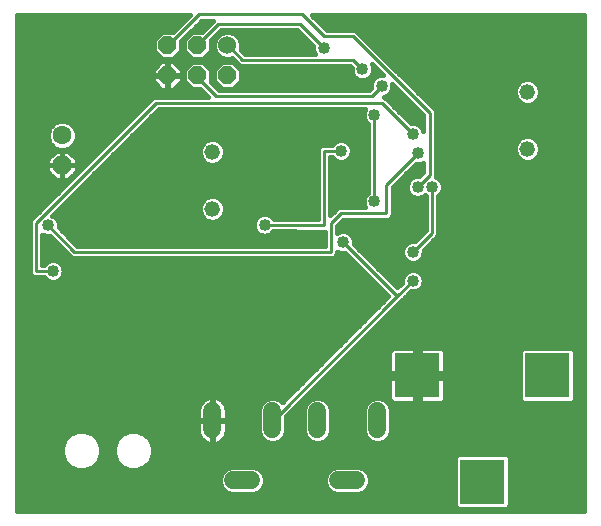
<source format=gbl>
G75*
G70*
%OFA0B0*%
%FSLAX24Y24*%
%IPPOS*%
%LPD*%
%AMOC8*
5,1,8,0,0,1.08239X$1,22.5*
%
%ADD10C,0.0520*%
%ADD11C,0.0600*%
%ADD12OC8,0.0600*%
%ADD13OC8,0.0630*%
%ADD14C,0.0630*%
%ADD15C,0.0600*%
%ADD16R,0.1500X0.1500*%
%ADD17C,0.0160*%
%ADD18C,0.0360*%
%ADD19C,0.0100*%
%ADD20C,0.0400*%
D10*
X007181Y012636D03*
X007181Y014536D03*
X017681Y014636D03*
X017681Y016536D03*
D11*
X007681Y018086D03*
D12*
X006681Y018086D03*
X005681Y018086D03*
X005681Y017086D03*
X006681Y017086D03*
X007681Y017086D03*
D13*
X002181Y014086D03*
D14*
X002181Y015086D03*
D15*
X007181Y005886D02*
X007181Y005286D01*
X007881Y003586D02*
X008481Y003586D01*
X009181Y005286D02*
X009181Y005886D01*
X010681Y005886D02*
X010681Y005286D01*
X011381Y003586D02*
X011981Y003586D01*
X012681Y005286D02*
X012681Y005886D01*
D16*
X014016Y007086D03*
X016181Y003543D03*
X018347Y007086D03*
D17*
X000661Y002566D02*
X000661Y019102D01*
X006421Y019102D01*
X005864Y018546D01*
X005491Y018546D01*
X005221Y018277D01*
X005221Y017896D01*
X005491Y017626D01*
X005872Y017626D01*
X006141Y017896D01*
X006141Y018229D01*
X006828Y018916D01*
X007194Y018916D01*
X006824Y018546D01*
X006491Y018546D01*
X006221Y018277D01*
X006221Y017896D01*
X006491Y017626D01*
X006872Y017626D01*
X007141Y017896D01*
X007141Y018269D01*
X007468Y018596D01*
X010014Y018596D01*
X010541Y018069D01*
X010541Y017935D01*
X010590Y017816D01*
X008268Y017816D01*
X008126Y017958D01*
X008141Y017995D01*
X008141Y018178D01*
X008071Y018347D01*
X007942Y018476D01*
X007773Y018546D01*
X007590Y018546D01*
X007421Y018476D01*
X007291Y018347D01*
X007221Y018178D01*
X007221Y017995D01*
X007291Y017826D01*
X007421Y017696D01*
X007590Y017626D01*
X007773Y017626D01*
X007838Y017653D01*
X008094Y017396D01*
X008268Y017396D01*
X011774Y017396D01*
X011821Y017349D01*
X011821Y017215D01*
X011876Y017082D01*
X011977Y016981D01*
X012110Y016926D01*
X012253Y016926D01*
X012385Y016981D01*
X012487Y017082D01*
X012541Y017215D01*
X012541Y017358D01*
X012491Y017480D01*
X012884Y017086D01*
X012750Y017086D01*
X012617Y017031D01*
X012516Y016930D01*
X012461Y016798D01*
X012461Y016663D01*
X012414Y016616D01*
X007388Y016616D01*
X007125Y016880D01*
X007141Y016896D01*
X007141Y017277D01*
X006872Y017546D01*
X006491Y017546D01*
X006221Y017277D01*
X006221Y016896D01*
X006491Y016626D01*
X006784Y016626D01*
X007034Y016376D01*
X005388Y016376D01*
X005214Y016376D01*
X001214Y012376D01*
X001091Y012253D01*
X001091Y010653D01*
X001091Y010479D01*
X001214Y010356D01*
X001562Y010356D01*
X001657Y010261D01*
X001790Y010206D01*
X001933Y010206D01*
X002065Y010261D01*
X002167Y010362D01*
X002221Y010495D01*
X002221Y010638D01*
X002167Y010770D01*
X002065Y010871D01*
X001933Y010926D01*
X001790Y010926D01*
X001657Y010871D01*
X001562Y010776D01*
X001511Y010776D01*
X001511Y011775D01*
X001630Y011726D01*
X001764Y011726D01*
X002494Y010996D01*
X002668Y010996D01*
X011228Y010996D01*
X011351Y011119D01*
X011351Y011215D01*
X011470Y011166D01*
X011604Y011166D01*
X013044Y009726D01*
X009518Y006200D01*
X009442Y006276D01*
X009273Y006346D01*
X009090Y006346D01*
X008921Y006276D01*
X008791Y006147D01*
X008721Y005978D01*
X008721Y005195D01*
X008791Y005026D01*
X008921Y004896D01*
X009090Y004826D01*
X009273Y004826D01*
X009442Y004896D01*
X009571Y005026D01*
X009641Y005195D01*
X009641Y005729D01*
X013468Y009556D01*
X013591Y009679D01*
X013798Y009886D01*
X013933Y009886D01*
X014065Y009941D01*
X014167Y010042D01*
X014221Y010175D01*
X014221Y010318D01*
X014167Y010450D01*
X014065Y010551D01*
X013933Y010606D01*
X013790Y010606D01*
X013657Y010551D01*
X013556Y010450D01*
X013501Y010318D01*
X013501Y010183D01*
X013341Y010023D01*
X011901Y011463D01*
X011901Y011598D01*
X011847Y011730D01*
X011745Y011831D01*
X011613Y011886D01*
X011470Y011886D01*
X011351Y011837D01*
X011351Y012079D01*
X011548Y012276D01*
X013068Y012276D01*
X013191Y012399D01*
X013191Y012573D01*
X013191Y013359D01*
X013958Y014126D01*
X014093Y014126D01*
X014211Y014175D01*
X014211Y013853D01*
X014084Y013726D01*
X013950Y013726D01*
X013817Y013671D01*
X013716Y013570D01*
X013661Y013438D01*
X013661Y013295D01*
X013716Y013162D01*
X013817Y013061D01*
X013950Y013006D01*
X014093Y013006D01*
X014225Y013061D01*
X014261Y013097D01*
X014291Y013067D01*
X014291Y011933D01*
X013924Y011566D01*
X013790Y011566D01*
X013657Y011511D01*
X013556Y011410D01*
X013501Y011278D01*
X013501Y011135D01*
X013556Y011002D01*
X013657Y010901D01*
X013790Y010846D01*
X013933Y010846D01*
X014065Y010901D01*
X014167Y011002D01*
X014221Y011135D01*
X014221Y011269D01*
X014588Y011636D01*
X014711Y011759D01*
X014711Y013067D01*
X014807Y013162D01*
X014861Y013295D01*
X014861Y013438D01*
X014807Y013570D01*
X014705Y013671D01*
X014631Y013702D01*
X014631Y013853D01*
X014631Y015933D01*
X014508Y016056D01*
X011948Y018616D01*
X011774Y018616D01*
X010988Y018616D01*
X010502Y019102D01*
X019571Y019102D01*
X019571Y002566D01*
X000661Y002566D01*
X000661Y002720D02*
X015278Y002720D01*
X015271Y002727D02*
X015365Y002633D01*
X016998Y002633D01*
X017091Y002727D01*
X017091Y004359D01*
X016998Y004453D01*
X015365Y004453D01*
X015271Y004359D01*
X015271Y002727D01*
X015271Y002879D02*
X000661Y002879D01*
X000661Y003038D02*
X015271Y003038D01*
X015271Y003196D02*
X012241Y003196D01*
X012242Y003196D02*
X012371Y003326D01*
X012441Y003495D01*
X012441Y003678D01*
X012371Y003847D01*
X012242Y003976D01*
X012073Y004046D01*
X011290Y004046D01*
X011121Y003976D01*
X010991Y003847D01*
X010921Y003678D01*
X010921Y003495D01*
X010991Y003326D01*
X011121Y003196D01*
X011290Y003126D01*
X012073Y003126D01*
X012242Y003196D01*
X012383Y003355D02*
X015271Y003355D01*
X015271Y003513D02*
X012441Y003513D01*
X012441Y003672D02*
X015271Y003672D01*
X015271Y003830D02*
X012378Y003830D01*
X012212Y003989D02*
X015271Y003989D01*
X015271Y004147D02*
X005038Y004147D01*
X005105Y004214D02*
X004920Y004029D01*
X004678Y003929D01*
X004417Y003929D01*
X004175Y004029D01*
X003990Y004214D01*
X003890Y004456D01*
X003890Y004717D01*
X003990Y004959D01*
X004175Y005143D01*
X004417Y005243D01*
X004678Y005243D01*
X004920Y005143D01*
X005105Y004959D01*
X005205Y004717D01*
X005205Y004456D01*
X005105Y004214D01*
X005143Y004306D02*
X015271Y004306D01*
X017091Y004306D02*
X019571Y004306D01*
X019571Y004464D02*
X005205Y004464D01*
X005205Y004623D02*
X019571Y004623D01*
X019571Y004782D02*
X005178Y004782D01*
X005112Y004940D02*
X006849Y004940D01*
X006869Y004920D02*
X006930Y004876D01*
X006997Y004841D01*
X007069Y004818D01*
X007144Y004806D01*
X007161Y004806D01*
X007161Y005566D01*
X006701Y005566D01*
X006701Y005249D01*
X006713Y005174D01*
X006737Y005102D01*
X006771Y005035D01*
X006815Y004974D01*
X006869Y004920D01*
X006738Y005099D02*
X004965Y005099D01*
X004131Y005099D02*
X003232Y005099D01*
X003188Y005143D02*
X002946Y005243D01*
X002685Y005243D01*
X002443Y005143D01*
X002258Y004959D01*
X002158Y004717D01*
X002158Y004456D01*
X002258Y004214D01*
X002443Y004029D01*
X002685Y003929D01*
X002946Y003929D01*
X003188Y004029D01*
X003372Y004214D01*
X003472Y004456D01*
X003472Y004717D01*
X003372Y004959D01*
X003188Y005143D01*
X003380Y004940D02*
X003983Y004940D01*
X003917Y004782D02*
X003446Y004782D01*
X003472Y004623D02*
X003890Y004623D01*
X003890Y004464D02*
X003472Y004464D01*
X003410Y004306D02*
X003952Y004306D01*
X004057Y004147D02*
X003306Y004147D01*
X003090Y003989D02*
X004273Y003989D01*
X004822Y003989D02*
X007651Y003989D01*
X007621Y003976D02*
X007491Y003847D01*
X007421Y003678D01*
X007421Y003495D01*
X007491Y003326D01*
X007621Y003196D01*
X007790Y003126D01*
X008573Y003126D01*
X008742Y003196D01*
X008871Y003326D01*
X008941Y003495D01*
X008941Y003678D01*
X008871Y003847D01*
X008742Y003976D01*
X008573Y004046D01*
X007790Y004046D01*
X007621Y003976D01*
X007485Y003830D02*
X000661Y003830D01*
X000661Y003672D02*
X007421Y003672D01*
X007421Y003513D02*
X000661Y003513D01*
X000661Y003355D02*
X007479Y003355D01*
X007621Y003196D02*
X000661Y003196D01*
X000661Y003989D02*
X002540Y003989D01*
X002325Y004147D02*
X000661Y004147D01*
X000661Y004306D02*
X002220Y004306D01*
X002158Y004464D02*
X000661Y004464D01*
X000661Y004623D02*
X002158Y004623D01*
X002185Y004782D02*
X000661Y004782D01*
X000661Y004940D02*
X002251Y004940D01*
X002398Y005099D02*
X000661Y005099D01*
X000661Y005257D02*
X006701Y005257D01*
X006701Y005416D02*
X000661Y005416D01*
X000661Y005574D02*
X007161Y005574D01*
X007161Y005566D02*
X007161Y005606D01*
X006701Y005606D01*
X006701Y005924D01*
X006713Y005999D01*
X006737Y006071D01*
X006771Y006138D01*
X006815Y006199D01*
X006869Y006252D01*
X006930Y006297D01*
X006997Y006331D01*
X007069Y006354D01*
X007144Y006366D01*
X007161Y006366D01*
X007161Y005607D01*
X007201Y005607D01*
X007201Y006366D01*
X007219Y006366D01*
X007294Y006354D01*
X007366Y006331D01*
X007433Y006297D01*
X007494Y006252D01*
X007548Y006199D01*
X007592Y006138D01*
X007626Y006071D01*
X007650Y005999D01*
X007661Y005924D01*
X007661Y005606D01*
X007202Y005606D01*
X007202Y005566D01*
X007661Y005566D01*
X007661Y005249D01*
X007650Y005174D01*
X007626Y005102D01*
X007592Y005035D01*
X007548Y004974D01*
X007494Y004920D01*
X007433Y004876D01*
X007366Y004841D01*
X007294Y004818D01*
X007219Y004806D01*
X007201Y004806D01*
X007201Y005566D01*
X007161Y005566D01*
X007202Y005574D02*
X008721Y005574D01*
X008721Y005416D02*
X007661Y005416D01*
X007661Y005257D02*
X008721Y005257D01*
X008761Y005099D02*
X007624Y005099D01*
X007514Y004940D02*
X008877Y004940D01*
X009486Y004940D02*
X010377Y004940D01*
X010421Y004896D02*
X010291Y005026D01*
X010221Y005195D01*
X010221Y005978D01*
X010291Y006147D01*
X010421Y006276D01*
X010590Y006346D01*
X010773Y006346D01*
X010942Y006276D01*
X011071Y006147D01*
X011141Y005978D01*
X011141Y005195D01*
X011071Y005026D01*
X010942Y004896D01*
X010773Y004826D01*
X010590Y004826D01*
X010421Y004896D01*
X010261Y005099D02*
X009602Y005099D01*
X009641Y005257D02*
X010221Y005257D01*
X010221Y005416D02*
X009641Y005416D01*
X009641Y005574D02*
X010221Y005574D01*
X010221Y005733D02*
X009645Y005733D01*
X009803Y005891D02*
X010221Y005891D01*
X010251Y006050D02*
X009962Y006050D01*
X010120Y006208D02*
X010353Y006208D01*
X010279Y006367D02*
X013086Y006367D01*
X013086Y006313D02*
X013098Y006267D01*
X013122Y006226D01*
X013156Y006192D01*
X013197Y006169D01*
X013242Y006156D01*
X013936Y006156D01*
X013936Y007006D01*
X014096Y007006D01*
X014096Y006156D01*
X014790Y006156D01*
X014836Y006169D01*
X014877Y006192D01*
X014910Y006226D01*
X014934Y006267D01*
X014946Y006313D01*
X014946Y007006D01*
X014096Y007006D01*
X014096Y007166D01*
X014946Y007166D01*
X014946Y007860D01*
X014934Y007906D01*
X014910Y007947D01*
X014877Y007980D01*
X014836Y008004D01*
X014790Y008016D01*
X014096Y008016D01*
X014096Y007166D01*
X013936Y007166D01*
X013936Y007006D01*
X013086Y007006D01*
X013086Y006313D01*
X013139Y006208D02*
X013010Y006208D01*
X013071Y006147D02*
X012942Y006276D01*
X012773Y006346D01*
X012590Y006346D01*
X012421Y006276D01*
X012291Y006147D01*
X012221Y005978D01*
X012221Y005195D01*
X012291Y005026D01*
X012421Y004896D01*
X012590Y004826D01*
X012773Y004826D01*
X012942Y004896D01*
X013071Y005026D01*
X013141Y005195D01*
X013141Y005978D01*
X013071Y006147D01*
X013112Y006050D02*
X019571Y006050D01*
X019571Y006208D02*
X019195Y006208D01*
X019163Y006176D02*
X019257Y006270D01*
X019257Y007903D01*
X019163Y007996D01*
X017530Y007996D01*
X017437Y007903D01*
X017437Y006270D01*
X017530Y006176D01*
X019163Y006176D01*
X019257Y006367D02*
X019571Y006367D01*
X019571Y006526D02*
X019257Y006526D01*
X019257Y006684D02*
X019571Y006684D01*
X019571Y006843D02*
X019257Y006843D01*
X019257Y007001D02*
X019571Y007001D01*
X019571Y007160D02*
X019257Y007160D01*
X019257Y007318D02*
X019571Y007318D01*
X019571Y007477D02*
X019257Y007477D01*
X019257Y007635D02*
X019571Y007635D01*
X019571Y007794D02*
X019257Y007794D01*
X019207Y007952D02*
X019571Y007952D01*
X019571Y008111D02*
X012023Y008111D01*
X012182Y008269D02*
X019571Y008269D01*
X019571Y008428D02*
X012340Y008428D01*
X012499Y008587D02*
X019571Y008587D01*
X019571Y008745D02*
X012657Y008745D01*
X012816Y008904D02*
X019571Y008904D01*
X019571Y009062D02*
X012974Y009062D01*
X013133Y009221D02*
X019571Y009221D01*
X019571Y009379D02*
X013291Y009379D01*
X013450Y009538D02*
X019571Y009538D01*
X019571Y009696D02*
X013608Y009696D01*
X013591Y009679D02*
X013591Y009679D01*
X013767Y009855D02*
X019571Y009855D01*
X019571Y010013D02*
X014138Y010013D01*
X014220Y010172D02*
X019571Y010172D01*
X019571Y010331D02*
X014216Y010331D01*
X014128Y010489D02*
X019571Y010489D01*
X019571Y010648D02*
X012717Y010648D01*
X012558Y010806D02*
X019571Y010806D01*
X019571Y010965D02*
X014129Y010965D01*
X014217Y011123D02*
X019571Y011123D01*
X019571Y011282D02*
X014234Y011282D01*
X014392Y011440D02*
X019571Y011440D01*
X019571Y011599D02*
X014551Y011599D01*
X014710Y011757D02*
X019571Y011757D01*
X019571Y011916D02*
X014711Y011916D01*
X014711Y012075D02*
X019571Y012075D01*
X019571Y012233D02*
X014711Y012233D01*
X014711Y012392D02*
X019571Y012392D01*
X019571Y012550D02*
X014711Y012550D01*
X014711Y012709D02*
X019571Y012709D01*
X019571Y012867D02*
X014711Y012867D01*
X014711Y013026D02*
X019571Y013026D01*
X019571Y013184D02*
X014816Y013184D01*
X014861Y013343D02*
X019571Y013343D01*
X019571Y013501D02*
X014835Y013501D01*
X014717Y013660D02*
X019571Y013660D01*
X019571Y013819D02*
X014631Y013819D01*
X014631Y013977D02*
X019571Y013977D01*
X019571Y014136D02*
X014631Y014136D01*
X014631Y014294D02*
X017430Y014294D01*
X017444Y014280D02*
X017598Y014216D01*
X017765Y014216D01*
X017919Y014280D01*
X018037Y014398D01*
X018101Y014553D01*
X018101Y014720D01*
X018037Y014874D01*
X017919Y014992D01*
X017765Y015056D01*
X017598Y015056D01*
X017444Y014992D01*
X017325Y014874D01*
X017261Y014720D01*
X017261Y014553D01*
X017325Y014398D01*
X017444Y014280D01*
X017303Y014453D02*
X014631Y014453D01*
X014631Y014611D02*
X017261Y014611D01*
X017282Y014770D02*
X014631Y014770D01*
X014631Y014928D02*
X017379Y014928D01*
X017983Y014928D02*
X019571Y014928D01*
X019571Y014770D02*
X018081Y014770D01*
X018101Y014611D02*
X019571Y014611D01*
X019571Y014453D02*
X018060Y014453D01*
X017933Y014294D02*
X019571Y014294D01*
X019571Y015087D02*
X014631Y015087D01*
X014631Y015245D02*
X019571Y015245D01*
X019571Y015404D02*
X014631Y015404D01*
X014631Y015562D02*
X019571Y015562D01*
X019571Y015721D02*
X014631Y015721D01*
X014631Y015880D02*
X019571Y015880D01*
X019571Y016038D02*
X014527Y016038D01*
X014368Y016197D02*
X017427Y016197D01*
X017444Y016180D02*
X017598Y016116D01*
X017765Y016116D01*
X017919Y016180D01*
X018037Y016298D01*
X018101Y016453D01*
X018101Y016620D01*
X018037Y016774D01*
X017919Y016892D01*
X017765Y016956D01*
X017598Y016956D01*
X017444Y016892D01*
X017325Y016774D01*
X017261Y016620D01*
X017261Y016453D01*
X017325Y016298D01*
X017444Y016180D01*
X017302Y016355D02*
X014209Y016355D01*
X014051Y016514D02*
X017261Y016514D01*
X017283Y016672D02*
X013892Y016672D01*
X013734Y016831D02*
X017382Y016831D01*
X017981Y016831D02*
X019571Y016831D01*
X019571Y016989D02*
X013575Y016989D01*
X013417Y017148D02*
X019571Y017148D01*
X019571Y017306D02*
X013258Y017306D01*
X013100Y017465D02*
X019571Y017465D01*
X019571Y017624D02*
X012941Y017624D01*
X012783Y017782D02*
X019571Y017782D01*
X019571Y017941D02*
X012624Y017941D01*
X012465Y018099D02*
X019571Y018099D01*
X019571Y018258D02*
X012307Y018258D01*
X012148Y018416D02*
X019571Y018416D01*
X019571Y018575D02*
X011990Y018575D01*
X010871Y018733D02*
X019571Y018733D01*
X019571Y018892D02*
X010713Y018892D01*
X010554Y019050D02*
X019571Y019050D01*
X019571Y016672D02*
X018080Y016672D01*
X018101Y016514D02*
X019571Y016514D01*
X019571Y016355D02*
X018061Y016355D01*
X017936Y016197D02*
X019571Y016197D01*
X014291Y013026D02*
X014140Y013026D01*
X014291Y012867D02*
X013191Y012867D01*
X013191Y012709D02*
X014291Y012709D01*
X014291Y012550D02*
X013191Y012550D01*
X013184Y012392D02*
X014291Y012392D01*
X014291Y012233D02*
X011505Y012233D01*
X011351Y012075D02*
X014291Y012075D01*
X014274Y011916D02*
X011351Y011916D01*
X010931Y011876D02*
X010931Y011416D01*
X002668Y011416D01*
X002061Y012023D01*
X002061Y012158D01*
X002007Y012290D01*
X001905Y012391D01*
X001847Y012415D01*
X005388Y015956D01*
X012270Y015956D01*
X012221Y015838D01*
X012221Y015695D01*
X012276Y015562D01*
X012371Y015467D01*
X012371Y013185D01*
X012276Y013090D01*
X012221Y012958D01*
X012221Y012815D01*
X012270Y012696D01*
X011548Y012696D01*
X011374Y012696D01*
X011111Y012433D01*
X011111Y014356D01*
X011162Y014356D01*
X011257Y014261D01*
X011390Y014206D01*
X011533Y014206D01*
X011665Y014261D01*
X011767Y014362D01*
X011821Y014495D01*
X011821Y014638D01*
X011767Y014770D01*
X012371Y014770D01*
X012371Y014928D02*
X007332Y014928D01*
X007265Y014956D02*
X007419Y014892D01*
X007537Y014774D01*
X007601Y014620D01*
X007601Y014453D01*
X010691Y014453D01*
X010691Y014479D02*
X010691Y012298D01*
X009224Y012313D01*
X009125Y012411D01*
X008993Y012466D01*
X008850Y012466D01*
X008717Y012411D01*
X008616Y012310D01*
X008561Y012178D01*
X008561Y012035D01*
X008616Y011902D01*
X008717Y011801D01*
X008850Y011746D01*
X008993Y011746D01*
X009125Y011801D01*
X009218Y011893D01*
X010814Y011877D01*
X010814Y011876D01*
X010901Y011876D01*
X010931Y011876D01*
X010931Y011757D02*
X009020Y011757D01*
X008823Y011757D02*
X002327Y011757D01*
X002486Y011599D02*
X010931Y011599D01*
X010931Y011440D02*
X002644Y011440D01*
X002367Y011123D02*
X001511Y011123D01*
X001511Y010965D02*
X011806Y010965D01*
X011647Y011123D02*
X011351Y011123D01*
X011924Y011440D02*
X013586Y011440D01*
X013503Y011282D02*
X012083Y011282D01*
X012241Y011123D02*
X013506Y011123D01*
X013594Y010965D02*
X012400Y010965D01*
X012123Y010648D02*
X002217Y010648D01*
X002219Y010489D02*
X012282Y010489D01*
X012440Y010331D02*
X002135Y010331D01*
X002131Y010806D02*
X011965Y010806D01*
X012599Y010172D02*
X000661Y010172D01*
X000661Y010013D02*
X012757Y010013D01*
X012916Y009855D02*
X000661Y009855D01*
X000661Y009696D02*
X013015Y009696D01*
X012856Y009538D02*
X000661Y009538D01*
X000661Y009379D02*
X012697Y009379D01*
X012539Y009221D02*
X000661Y009221D01*
X000661Y009062D02*
X012380Y009062D01*
X012222Y008904D02*
X000661Y008904D01*
X000661Y008745D02*
X012063Y008745D01*
X011905Y008587D02*
X000661Y008587D01*
X000661Y008428D02*
X011746Y008428D01*
X011588Y008269D02*
X000661Y008269D01*
X000661Y008111D02*
X011429Y008111D01*
X011271Y007952D02*
X000661Y007952D01*
X000661Y007794D02*
X011112Y007794D01*
X010954Y007635D02*
X000661Y007635D01*
X000661Y007477D02*
X010795Y007477D01*
X010636Y007318D02*
X000661Y007318D01*
X000661Y007160D02*
X010478Y007160D01*
X010319Y007001D02*
X000661Y007001D01*
X000661Y006843D02*
X010161Y006843D01*
X010002Y006684D02*
X000661Y006684D01*
X000661Y006526D02*
X009844Y006526D01*
X009685Y006367D02*
X000661Y006367D01*
X000661Y006208D02*
X006825Y006208D01*
X006730Y006050D02*
X000661Y006050D01*
X000661Y005891D02*
X006701Y005891D01*
X006701Y005733D02*
X000661Y005733D01*
X000661Y010331D02*
X001588Y010331D01*
X001592Y010806D02*
X001511Y010806D01*
X001091Y010806D02*
X000661Y010806D01*
X000661Y010648D02*
X001091Y010648D01*
X001091Y010489D02*
X000661Y010489D01*
X000661Y010965D02*
X001091Y010965D01*
X001091Y011123D02*
X000661Y011123D01*
X000661Y011282D02*
X001091Y011282D01*
X001091Y011440D02*
X000661Y011440D01*
X000661Y011599D02*
X001091Y011599D01*
X001091Y011757D02*
X000661Y011757D01*
X000661Y011916D02*
X001091Y011916D01*
X001091Y012075D02*
X000661Y012075D01*
X000661Y012233D02*
X001091Y012233D01*
X001230Y012392D02*
X000661Y012392D01*
X000661Y012550D02*
X001388Y012550D01*
X001547Y012709D02*
X000661Y012709D01*
X000661Y012867D02*
X001705Y012867D01*
X001864Y013026D02*
X000661Y013026D01*
X000661Y013184D02*
X002022Y013184D01*
X002181Y013343D02*
X000661Y013343D01*
X000661Y013501D02*
X002340Y013501D01*
X002386Y013591D02*
X002676Y013881D01*
X002676Y014086D01*
X002182Y014086D01*
X002182Y014086D01*
X002182Y013591D01*
X002386Y013591D01*
X002455Y013660D02*
X002498Y013660D01*
X002614Y013819D02*
X002657Y013819D01*
X002676Y013977D02*
X002815Y013977D01*
X002676Y014086D02*
X002676Y014291D01*
X002386Y014581D01*
X002182Y014581D01*
X002182Y014087D01*
X002181Y014087D01*
X002181Y014581D01*
X001976Y014581D01*
X001686Y014291D01*
X001686Y014086D01*
X001686Y013881D01*
X001976Y013591D01*
X002181Y013591D01*
X002181Y014086D01*
X001686Y014086D01*
X002181Y014086D01*
X002181Y014086D01*
X002182Y014086D01*
X002676Y014086D01*
X002676Y014136D02*
X002974Y014136D01*
X003132Y014294D02*
X002674Y014294D01*
X002515Y014453D02*
X003291Y014453D01*
X003449Y014611D02*
X000661Y014611D01*
X000661Y014453D02*
X001848Y014453D01*
X001689Y014294D02*
X000661Y014294D01*
X000661Y014136D02*
X001686Y014136D01*
X001686Y013977D02*
X000661Y013977D01*
X000661Y013819D02*
X001749Y013819D01*
X001908Y013660D02*
X000661Y013660D01*
X000661Y014770D02*
X001826Y014770D01*
X001779Y014817D02*
X001912Y014684D01*
X002087Y014611D01*
X002276Y014611D01*
X002450Y014684D01*
X002584Y014817D01*
X002656Y014992D01*
X002656Y015181D01*
X002584Y015355D01*
X002450Y015489D01*
X002276Y015561D01*
X002087Y015561D01*
X001912Y015489D01*
X001779Y015355D01*
X001706Y015181D01*
X001706Y014992D01*
X001779Y014817D01*
X001733Y014928D02*
X000661Y014928D01*
X000661Y015087D02*
X001706Y015087D01*
X001733Y015245D02*
X000661Y015245D01*
X000661Y015404D02*
X001827Y015404D01*
X002535Y015404D02*
X004242Y015404D01*
X004084Y015245D02*
X002630Y015245D01*
X002656Y015087D02*
X003925Y015087D01*
X003766Y014928D02*
X002630Y014928D01*
X002537Y014770D02*
X003608Y014770D01*
X003885Y014453D02*
X006761Y014453D01*
X006825Y014298D01*
X006944Y014180D01*
X007098Y014116D01*
X007265Y014116D01*
X007419Y014180D01*
X007537Y014298D01*
X007601Y014453D01*
X007601Y014611D02*
X010691Y014611D01*
X010691Y014653D02*
X010691Y014479D01*
X010691Y014653D02*
X010814Y014776D01*
X011162Y014776D01*
X011257Y014871D01*
X011390Y014926D01*
X011533Y014926D01*
X011665Y014871D01*
X011767Y014770D01*
X011821Y014611D02*
X012371Y014611D01*
X012371Y014453D02*
X011804Y014453D01*
X011698Y014294D02*
X012371Y014294D01*
X012371Y014136D02*
X011111Y014136D01*
X011111Y014294D02*
X011224Y014294D01*
X011111Y013977D02*
X012371Y013977D01*
X012371Y013819D02*
X011111Y013819D01*
X011111Y013660D02*
X012371Y013660D01*
X012371Y013501D02*
X011111Y013501D01*
X011111Y013343D02*
X012371Y013343D01*
X012370Y013184D02*
X011111Y013184D01*
X011111Y013026D02*
X012250Y013026D01*
X012221Y012867D02*
X011111Y012867D01*
X011111Y012709D02*
X012265Y012709D01*
X013191Y013026D02*
X013903Y013026D01*
X013707Y013184D02*
X013191Y013184D01*
X013191Y013343D02*
X013661Y013343D01*
X013688Y013501D02*
X013333Y013501D01*
X013492Y013660D02*
X013806Y013660D01*
X013651Y013819D02*
X014177Y013819D01*
X014211Y013977D02*
X013809Y013977D01*
X014115Y014136D02*
X014211Y014136D01*
X014211Y015222D02*
X014167Y015330D01*
X014065Y015431D01*
X013933Y015486D01*
X013798Y015486D01*
X013031Y016253D01*
X012911Y016374D01*
X013025Y016421D01*
X013127Y016522D01*
X013181Y016655D01*
X013181Y016789D01*
X014211Y015759D01*
X014211Y015222D01*
X014211Y015245D02*
X014202Y015245D01*
X014211Y015404D02*
X014093Y015404D01*
X014211Y015562D02*
X013722Y015562D01*
X013564Y015721D02*
X014211Y015721D01*
X014091Y015880D02*
X013405Y015880D01*
X013247Y016038D02*
X013933Y016038D01*
X013774Y016197D02*
X013088Y016197D01*
X012929Y016355D02*
X013616Y016355D01*
X013457Y016514D02*
X013118Y016514D01*
X013181Y016672D02*
X013298Y016672D01*
X012823Y017148D02*
X012514Y017148D01*
X012541Y017306D02*
X012664Y017306D01*
X012506Y017465D02*
X012497Y017465D01*
X012575Y016989D02*
X012394Y016989D01*
X012475Y016831D02*
X008076Y016831D01*
X008141Y016896D02*
X007872Y016626D01*
X007491Y016626D01*
X007221Y016896D01*
X007221Y017277D01*
X007491Y017546D01*
X007872Y017546D01*
X008141Y017277D01*
X008141Y016896D01*
X008141Y016989D02*
X011969Y016989D01*
X011849Y017148D02*
X008141Y017148D01*
X008112Y017306D02*
X011821Y017306D01*
X012461Y016672D02*
X007918Y016672D01*
X007445Y016672D02*
X007332Y016672D01*
X007286Y016831D02*
X007174Y016831D01*
X007141Y016989D02*
X007221Y016989D01*
X007221Y017148D02*
X007141Y017148D01*
X007112Y017306D02*
X007251Y017306D01*
X007410Y017465D02*
X006953Y017465D01*
X007028Y017782D02*
X007335Y017782D01*
X007244Y017941D02*
X007141Y017941D01*
X007141Y018099D02*
X007221Y018099D01*
X007255Y018258D02*
X007141Y018258D01*
X007288Y018416D02*
X007361Y018416D01*
X007447Y018575D02*
X010036Y018575D01*
X010194Y018416D02*
X008002Y018416D01*
X008108Y018258D02*
X010353Y018258D01*
X010512Y018099D02*
X008141Y018099D01*
X008144Y017941D02*
X010541Y017941D01*
X012239Y015880D02*
X005312Y015880D01*
X005153Y015721D02*
X012221Y015721D01*
X012276Y015562D02*
X004995Y015562D01*
X004836Y015404D02*
X012371Y015404D01*
X012371Y015245D02*
X004677Y015245D01*
X004519Y015087D02*
X012371Y015087D01*
X010808Y014770D02*
X007539Y014770D01*
X007265Y014956D02*
X007098Y014956D01*
X006944Y014892D01*
X006825Y014774D01*
X006761Y014620D01*
X006761Y014453D01*
X006761Y014611D02*
X004043Y014611D01*
X004202Y014770D02*
X006824Y014770D01*
X007030Y014928D02*
X004360Y014928D01*
X004401Y015562D02*
X000661Y015562D01*
X000661Y015721D02*
X004559Y015721D01*
X004718Y015880D02*
X000661Y015880D01*
X000661Y016038D02*
X004876Y016038D01*
X005035Y016197D02*
X000661Y016197D01*
X000661Y016355D02*
X005193Y016355D01*
X005483Y016606D02*
X005661Y016606D01*
X005661Y017066D01*
X005201Y017066D01*
X005201Y016887D01*
X005483Y016606D01*
X005417Y016672D02*
X000661Y016672D01*
X000661Y016514D02*
X006897Y016514D01*
X006445Y016672D02*
X005946Y016672D01*
X005880Y016606D02*
X006161Y016887D01*
X006161Y017066D01*
X005702Y017066D01*
X005702Y017106D01*
X006161Y017106D01*
X006161Y017285D01*
X005880Y017566D01*
X005701Y017566D01*
X005701Y017107D01*
X005661Y017107D01*
X005661Y017566D01*
X005483Y017566D01*
X005201Y017285D01*
X005201Y017106D01*
X005661Y017106D01*
X005661Y017066D01*
X005701Y017066D01*
X005701Y016606D01*
X005880Y016606D01*
X005701Y016672D02*
X005661Y016672D01*
X005661Y016831D02*
X005701Y016831D01*
X005701Y016989D02*
X005661Y016989D01*
X005661Y017148D02*
X005701Y017148D01*
X005701Y017306D02*
X005661Y017306D01*
X005661Y017465D02*
X005701Y017465D01*
X005381Y017465D02*
X000661Y017465D01*
X000661Y017306D02*
X005223Y017306D01*
X005201Y017148D02*
X000661Y017148D01*
X000661Y016989D02*
X005201Y016989D01*
X005258Y016831D02*
X000661Y016831D01*
X000661Y017624D02*
X007867Y017624D01*
X007953Y017465D02*
X008026Y017465D01*
X006853Y018575D02*
X006487Y018575D01*
X006361Y018416D02*
X006328Y018416D01*
X006221Y018258D02*
X006170Y018258D01*
X006141Y018099D02*
X006221Y018099D01*
X006221Y017941D02*
X006141Y017941D01*
X006028Y017782D02*
X006335Y017782D01*
X006410Y017465D02*
X005981Y017465D01*
X006140Y017306D02*
X006251Y017306D01*
X006221Y017148D02*
X006161Y017148D01*
X006161Y016989D02*
X006221Y016989D01*
X006286Y016831D02*
X006105Y016831D01*
X005335Y017782D02*
X000661Y017782D01*
X000661Y017941D02*
X005221Y017941D01*
X005221Y018099D02*
X000661Y018099D01*
X000661Y018258D02*
X005221Y018258D01*
X005361Y018416D02*
X000661Y018416D01*
X000661Y018575D02*
X005893Y018575D01*
X006052Y018733D02*
X000661Y018733D01*
X000661Y018892D02*
X006210Y018892D01*
X006369Y019050D02*
X000661Y019050D01*
X002181Y014453D02*
X002182Y014453D01*
X002181Y014294D02*
X002182Y014294D01*
X002181Y014136D02*
X002182Y014136D01*
X002181Y013977D02*
X002182Y013977D01*
X002181Y013819D02*
X002182Y013819D01*
X002181Y013660D02*
X002182Y013660D01*
X002616Y013184D02*
X010691Y013184D01*
X010691Y013026D02*
X007339Y013026D01*
X007265Y013056D02*
X007419Y012992D01*
X007537Y012874D01*
X007601Y012720D01*
X007601Y012553D01*
X007537Y012398D01*
X007419Y012280D01*
X007265Y012216D01*
X007098Y012216D01*
X006944Y012280D01*
X006825Y012398D01*
X006761Y012553D01*
X006761Y012720D01*
X006825Y012874D01*
X006944Y012992D01*
X007098Y013056D01*
X007265Y013056D01*
X007024Y013026D02*
X002458Y013026D01*
X002299Y012867D02*
X006823Y012867D01*
X006761Y012709D02*
X002141Y012709D01*
X001982Y012550D02*
X006762Y012550D01*
X006832Y012392D02*
X001905Y012392D01*
X002030Y012233D02*
X007057Y012233D01*
X007305Y012233D02*
X008584Y012233D01*
X008561Y012075D02*
X002061Y012075D01*
X002169Y011916D02*
X008611Y011916D01*
X008698Y012392D02*
X007531Y012392D01*
X007600Y012550D02*
X010691Y012550D01*
X010691Y012392D02*
X009145Y012392D01*
X007601Y012709D02*
X010691Y012709D01*
X010691Y012867D02*
X007540Y012867D01*
X007311Y014136D02*
X010691Y014136D01*
X010691Y014294D02*
X007533Y014294D01*
X007051Y014136D02*
X003568Y014136D01*
X003726Y014294D02*
X006830Y014294D01*
X003409Y013977D02*
X010691Y013977D01*
X010691Y013819D02*
X003251Y013819D01*
X003092Y013660D02*
X010691Y013660D01*
X010691Y013501D02*
X002933Y013501D01*
X002775Y013343D02*
X010691Y013343D01*
X011111Y012550D02*
X011228Y012550D01*
X011819Y011757D02*
X014116Y011757D01*
X013957Y011599D02*
X011901Y011599D01*
X012876Y010489D02*
X013595Y010489D01*
X013507Y010331D02*
X013034Y010331D01*
X013193Y010172D02*
X013490Y010172D01*
X013242Y008016D02*
X013197Y008004D01*
X013156Y007980D01*
X013122Y007947D01*
X013098Y007906D01*
X013086Y007860D01*
X013086Y007166D01*
X013936Y007166D01*
X013936Y008016D01*
X013242Y008016D01*
X013128Y007952D02*
X011864Y007952D01*
X011706Y007794D02*
X013086Y007794D01*
X013086Y007635D02*
X011547Y007635D01*
X011389Y007477D02*
X013086Y007477D01*
X013086Y007318D02*
X011230Y007318D01*
X011072Y007160D02*
X013936Y007160D01*
X013936Y007318D02*
X014096Y007318D01*
X014096Y007160D02*
X017437Y007160D01*
X017437Y007318D02*
X014946Y007318D01*
X014946Y007477D02*
X017437Y007477D01*
X017437Y007635D02*
X014946Y007635D01*
X014946Y007794D02*
X017437Y007794D01*
X017487Y007952D02*
X014904Y007952D01*
X014096Y007952D02*
X013936Y007952D01*
X013936Y007794D02*
X014096Y007794D01*
X014096Y007635D02*
X013936Y007635D01*
X013936Y007477D02*
X014096Y007477D01*
X014096Y007001D02*
X013936Y007001D01*
X013936Y006843D02*
X014096Y006843D01*
X014096Y006684D02*
X013936Y006684D01*
X013936Y006526D02*
X014096Y006526D01*
X014096Y006367D02*
X013936Y006367D01*
X013936Y006208D02*
X014096Y006208D01*
X014893Y006208D02*
X017498Y006208D01*
X017437Y006367D02*
X014946Y006367D01*
X014946Y006526D02*
X017437Y006526D01*
X017437Y006684D02*
X014946Y006684D01*
X014946Y006843D02*
X017437Y006843D01*
X017437Y007001D02*
X014946Y007001D01*
X013086Y007001D02*
X010913Y007001D01*
X010755Y006843D02*
X013086Y006843D01*
X013086Y006684D02*
X010596Y006684D01*
X010438Y006526D02*
X013086Y006526D01*
X013141Y005891D02*
X019571Y005891D01*
X019571Y005733D02*
X013141Y005733D01*
X013141Y005574D02*
X019571Y005574D01*
X019571Y005416D02*
X013141Y005416D01*
X013141Y005257D02*
X019571Y005257D01*
X019571Y005099D02*
X013102Y005099D01*
X012986Y004940D02*
X019571Y004940D01*
X019571Y004147D02*
X017091Y004147D01*
X017091Y003989D02*
X019571Y003989D01*
X019571Y003830D02*
X017091Y003830D01*
X017091Y003672D02*
X019571Y003672D01*
X019571Y003513D02*
X017091Y003513D01*
X017091Y003355D02*
X019571Y003355D01*
X019571Y003196D02*
X017091Y003196D01*
X017091Y003038D02*
X019571Y003038D01*
X019571Y002879D02*
X017091Y002879D01*
X017085Y002720D02*
X019571Y002720D01*
X012377Y004940D02*
X010986Y004940D01*
X011102Y005099D02*
X012261Y005099D01*
X012221Y005257D02*
X011141Y005257D01*
X011141Y005416D02*
X012221Y005416D01*
X012221Y005574D02*
X011141Y005574D01*
X011141Y005733D02*
X012221Y005733D01*
X012221Y005891D02*
X011141Y005891D01*
X011112Y006050D02*
X012251Y006050D01*
X012353Y006208D02*
X011010Y006208D01*
X009527Y006208D02*
X009510Y006208D01*
X008853Y006208D02*
X007538Y006208D01*
X007633Y006050D02*
X008751Y006050D01*
X008721Y005891D02*
X007661Y005891D01*
X007661Y005733D02*
X008721Y005733D01*
X007201Y005733D02*
X007161Y005733D01*
X007161Y005891D02*
X007201Y005891D01*
X007201Y006050D02*
X007161Y006050D01*
X007161Y006208D02*
X007201Y006208D01*
X007201Y005416D02*
X007161Y005416D01*
X007161Y005257D02*
X007201Y005257D01*
X007201Y005099D02*
X007161Y005099D01*
X007161Y004940D02*
X007201Y004940D01*
X008712Y003989D02*
X011151Y003989D01*
X010985Y003830D02*
X008878Y003830D01*
X008941Y003672D02*
X010921Y003672D01*
X010921Y003513D02*
X008941Y003513D01*
X008883Y003355D02*
X010979Y003355D01*
X011121Y003196D02*
X008741Y003196D01*
X002209Y011282D02*
X001511Y011282D01*
X001511Y011440D02*
X002050Y011440D01*
X001892Y011599D02*
X001511Y011599D01*
X001511Y011757D02*
X001555Y011757D01*
X006645Y018733D02*
X007012Y018733D01*
X007170Y018892D02*
X006804Y018892D01*
D18*
X003181Y017586D03*
X009181Y015086D03*
X011181Y015586D03*
X013681Y016086D03*
X016181Y017086D03*
X019181Y018086D03*
X015681Y013586D03*
X013681Y012586D03*
X014181Y009086D03*
X012181Y006586D03*
X016681Y007086D03*
X006181Y004586D03*
X005681Y008086D03*
X001181Y007586D03*
D19*
X001301Y010566D02*
X001861Y010566D01*
X001301Y010566D02*
X001301Y012166D01*
X005301Y016166D01*
X012821Y016166D01*
X013861Y015126D01*
X014021Y014486D02*
X012981Y013446D01*
X012981Y012486D01*
X011461Y012486D01*
X011141Y012166D01*
X011141Y011206D01*
X002581Y011206D01*
X001701Y012086D01*
X006661Y017046D02*
X006681Y017086D01*
X006661Y017046D02*
X007301Y016406D01*
X012501Y016406D01*
X012821Y016726D01*
X012181Y017286D02*
X011861Y017606D01*
X008181Y017606D01*
X007701Y018086D01*
X007681Y018086D01*
X007381Y018806D02*
X006661Y018086D01*
X006681Y018086D01*
X007381Y018806D02*
X010101Y018806D01*
X010901Y018006D01*
X010901Y018406D02*
X011861Y018406D01*
X014421Y015846D01*
X014421Y013766D01*
X014021Y013366D01*
X014501Y013366D02*
X014501Y011846D01*
X013861Y011206D01*
X013861Y010246D02*
X013381Y009766D01*
X013301Y009766D01*
X011541Y011526D01*
X010901Y012086D02*
X010901Y014566D01*
X011461Y014566D01*
X012581Y015766D02*
X012581Y012886D01*
X010901Y012086D02*
X008921Y012106D01*
X013381Y009766D02*
X009221Y005606D01*
X009181Y005586D01*
X005701Y018086D02*
X005681Y018086D01*
X005701Y018086D02*
X006741Y019126D01*
X010181Y019126D01*
X010901Y018406D01*
D20*
X010901Y018006D03*
X012181Y017286D03*
X012821Y016726D03*
X012581Y015766D03*
X011461Y014566D03*
X012581Y012886D03*
X014021Y013366D03*
X014501Y013366D03*
X014021Y014486D03*
X013861Y015126D03*
X011541Y011526D03*
X013861Y011206D03*
X013861Y010246D03*
X008921Y012106D03*
X001861Y010566D03*
X001701Y012086D03*
M02*

</source>
